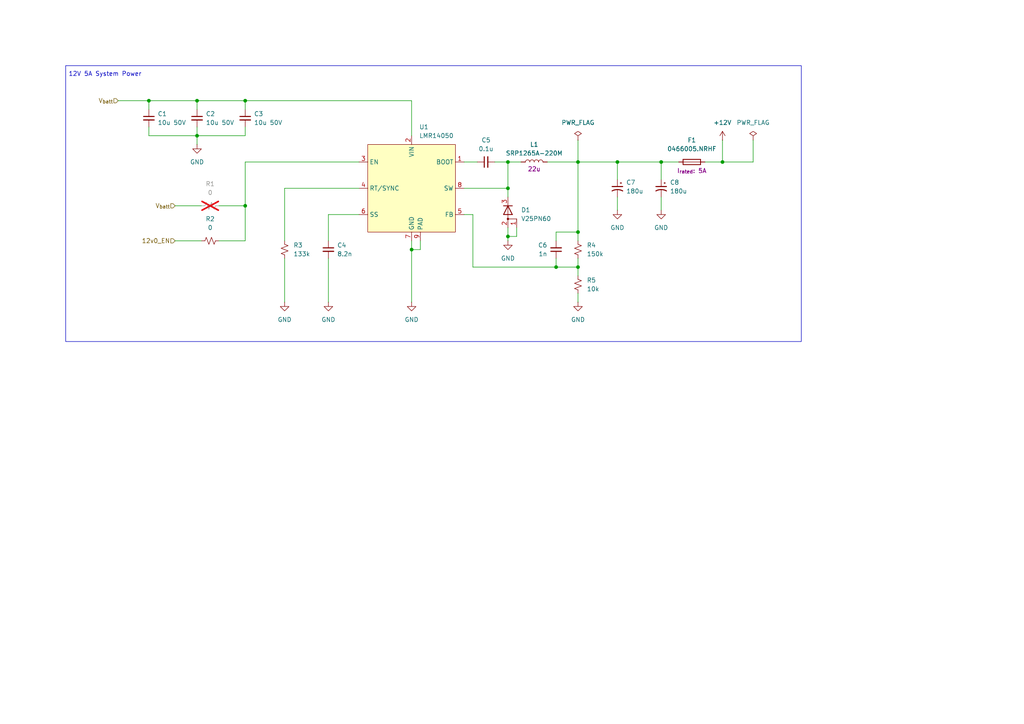
<source format=kicad_sch>
(kicad_sch (version 20231120) (generator "eeschema") (generator_version "8.0")
  (paper "A4")
  (lib_symbols
    (symbol "AT-PowerIC:LMR14050"
      (property "Reference" "U" (at -11.684 -14.478 0))
      (property "Value" "LMR14050" (at 0 4.064 0))
      (symbol "LMR14050_1_1"
        (rectangle (start -12.7 12.7) (end 12.7 -12.7) (fill (type background)))
        (pin bidirectional line (at 15.24 7.62 180) (length 2.54) (name "BOOT") (number "1"))
        (pin power_in line (at 0 15.24 270) (length 2.54) (name "VIN") (number "2"))
        (pin input line (at -15.24 7.62 0) (length 2.54) (name "EN") (number "3"))
        (pin input line (at -15.24 0 0) (length 2.54) (name "RT/SYNC") (number "4"))
        (pin input line (at 15.24 -7.62 180) (length 2.54) (name "FB") (number "5"))
        (pin bidirectional line (at -15.24 -7.62 0) (length 2.54) (name "SS") (number "6"))
        (pin power_in line (at 0 -15.24 90) (length 2.54) (name "GND") (number "7"))
        (pin bidirectional line (at 15.24 0 180) (length 2.54) (name "SW") (number "8"))
        (pin power_in line (at 2.54 -15.24 90) (length 2.54) (name "PAD") (number "9"))
      )
    )
    (symbol "Device:C_Polarized_Small_US" (pin_numbers hide) (pin_names (offset 0.254) hide)
      (property "Reference" "C" (at 0.254 1.778 0))
      (property "Value" "C_Polarized_Small_US" (at 0.254 -2.032 0))
      (symbol "C_Polarized_Small_US_0_1"
        (polyline (pts (xy -1.524 0.508) (xy 1.524 0.508)) (stroke (width 0.3048)))
        (polyline (pts (xy -1.27 1.524) (xy -0.762 1.524)))
        (polyline (pts (xy -1.016 1.27) (xy -1.016 1.778)))
        (arc (start 1.524 -0.762) (mid 0 -0.3734) (end -1.524 -0.762) (stroke (width 0.3048)))
      )
      (symbol "C_Polarized_Small_US_1_1"
        (pin passive line (at 0 2.54 270) (length 2.032) (name "~") (number "1"))
        (pin passive line (at 0 -2.54 90) (length 2.032) (name "~") (number "2"))
      )
    )
    (symbol "Device:C_Small" (pin_numbers hide) (pin_names (offset 0.254) hide)
      (property "Reference" "C" (at 0.254 1.778 0))
      (property "Value" "C_Small" (at 0.254 -2.032 0))
      (symbol "C_Small_0_1"
        (polyline (pts (xy -1.524 -0.508) (xy 1.524 -0.508)) (stroke (width 0.3302)))
        (polyline (pts (xy -1.524 0.508) (xy 1.524 0.508)) (stroke (width 0.3048)))
      )
      (symbol "C_Small_1_1"
        (pin passive line (at 0 2.54 270) (length 2.032) (name "~") (number "1"))
        (pin passive line (at 0 -2.54 90) (length 2.032) (name "~") (number "2"))
      )
    )
    (symbol "Device:D_AAK" (pin_names (offset 0) hide)
      (property "Reference" "D" (at 0 2.54 0))
      (property "Value" "D_AAK" (at 0 -2.54 0))
      (symbol "D_AAK_0_1"
        (polyline (pts (xy -1.27 1.27) (xy -1.27 -1.27)) (stroke (width 0.254)))
        (polyline (pts (xy 1.27 1.27) (xy 1.27 -1.27) (xy -1.27 0) (xy 1.27 1.27)) (stroke (width 0.254)))
        (polyline (pts (xy 3.81 2.54) (xy 2.54 2.54) (xy 2.54 0) (xy -1.27 0)))
        (circle (center 2.54 0) (radius 0.254) (fill (type outline)))
      )
      (symbol "D_AAK_1_1"
        (pin passive line (at 5.08 2.54 180) (length 2.54) (name "A") (number "1"))
        (pin passive line (at 5.08 0 180) (length 2.54) (name "A") (number "2"))
        (pin passive line (at -3.81 0 0) (length 2.54) (name "K") (number "3"))
      )
    )
    (symbol "Device:Fuse" (pin_numbers hide) (pin_names (offset 0))
      (property "Reference" "F" (at 2.032 0 90))
      (property "Value" "Fuse" (at -1.905 0 90))
      (symbol "Fuse_0_1"
        (rectangle (start -0.762 -2.54) (end 0.762 2.54) (stroke (width 0.254)))
        (polyline (pts (xy 0 2.54) (xy 0 -2.54)))
      )
      (symbol "Fuse_1_1"
        (pin passive line (at 0 3.81 270) (length 1.27) (name "~") (number "1"))
        (pin passive line (at 0 -3.81 90) (length 1.27) (name "~") (number "2"))
      )
    )
    (symbol "Device:L" (pin_numbers hide) (pin_names (offset 1.016) hide)
      (property "Reference" "L" (at -1.27 0 90))
      (property "Value" "L" (at 1.905 0 90))
      (symbol "L_0_1"
        (arc (start 0 -2.54) (mid 0.6323 -1.905) (end 0 -1.27))
        (arc (start 0 -1.27) (mid 0.6323 -0.635) (end 0 0))
        (arc (start 0 0) (mid 0.6323 0.635) (end 0 1.27))
        (arc (start 0 1.27) (mid 0.6323 1.905) (end 0 2.54))
      )
      (symbol "L_1_1"
        (pin passive line (at 0 3.81 270) (length 1.27) (name "1") (number "1"))
        (pin passive line (at 0 -3.81 90) (length 1.27) (name "2") (number "2"))
      )
    )
    (symbol "Device:R_Small_US" (pin_numbers hide) (pin_names (offset 0.254) hide)
      (property "Reference" "R" (at 0.762 0.508 0))
      (property "Value" "R_Small_US" (at 0.762 -1.016 0))
      (symbol "R_Small_US_1_1"
        (polyline (pts (xy 0 0) (xy 1.016 -0.381) (xy 0 -0.762) (xy -1.016 -1.143) (xy 0 -1.524)))
        (polyline (pts (xy 0 1.524) (xy 1.016 1.143) (xy 0 0.762) (xy -1.016 0.381) (xy 0 0)))
        (pin passive line (at 0 2.54 270) (length 1.016) (name "~") (number "1"))
        (pin passive line (at 0 -2.54 90) (length 1.016) (name "~") (number "2"))
      )
    )
    (symbol "power:+12V" (power) (pin_numbers hide) (pin_names (offset 0) hide)
      (property "Value" "+12V" (at 0 3.556 0))
      (symbol "+12V_0_1"
        (polyline (pts (xy -0.762 1.27) (xy 0 2.54)))
        (polyline (pts (xy 0 0) (xy 0 2.54)))
        (polyline (pts (xy 0 2.54) (xy 0.762 1.27)))
      )
      (symbol "+12V_1_1"
        (pin power_in line (at 0 0 90) (length 0) (name "~") (number "1"))
      )
    )
    (symbol "power:GND" (power) (pin_numbers hide) (pin_names (offset 0) hide)
      (property "Value" "GND" (at 0 -3.81 0))
      (symbol "GND_0_1"
        (polyline (pts (xy 0 0) (xy 0 -1.27) (xy 1.27 -1.27) (xy 0 -2.54) (xy -1.27 -1.27) (xy 0 -1.27)))
      )
      (symbol "GND_1_1"
        (pin power_in line (at 0 0 270) (length 0) (name "~") (number "1"))
      )
    )
    (symbol "power:PWR_FLAG" (power) (pin_numbers hide) (pin_names (offset 0) hide)
      (property "Value" "PWR_FLAG" (at 0 3.81 0))
      (symbol "PWR_FLAG_0_0"
        (pin power_out line (at 0 0 90) (length 0) (name "pwr") (number "1"))
      )
      (symbol "PWR_FLAG_0_1"
        (polyline (pts (xy 0 0) (xy 0 1.27) (xy -1.016 1.905) (xy 0 2.54) (xy 1.016 1.905) (xy 0 1.27)))
      )
    )
  )
  (junction (at 167.64 46.99))
  (junction (at 209.55 46.99))
  (junction (at 57.15 29.21))
  (junction (at 119.38 72.39))
  (junction (at 147.32 46.99))
  (junction (at 167.64 77.47))
  (junction (at 167.64 67.31))
  (junction (at 161.29 77.47))
  (junction (at 71.12 29.21))
  (junction (at 179.07 46.99))
  (junction (at 43.18 29.21))
  (junction (at 191.77 46.99))
  (junction (at 57.15 39.37))
  (junction (at 71.12 59.69))
  (junction (at 147.32 54.61))
  (junction (at 147.32 68.58))
  (wire (pts (xy 218.44 40.64) (xy 218.44 46.99)))
  (wire (pts (xy 71.12 36.83) (xy 71.12 39.37)))
  (wire (pts (xy 147.32 54.61) (xy 147.32 46.99)))
  (wire (pts (xy 95.25 74.93) (xy 95.25 87.63)))
  (wire (pts (xy 161.29 67.31) (xy 167.64 67.31)))
  (wire (pts (xy 121.92 72.39) (xy 119.38 72.39)))
  (wire (pts (xy 209.55 46.99) (xy 204.47 46.99)))
  (wire (pts (xy 209.55 40.64) (xy 209.55 46.99)))
  (wire (pts (xy 119.38 69.85) (xy 119.38 72.39)))
  (wire (pts (xy 34.29 29.21) (xy 43.18 29.21)))
  (wire (pts (xy 82.55 74.93) (xy 82.55 87.63)))
  (wire (pts (xy 71.12 46.99) (xy 71.12 59.69)))
  (wire (pts (xy 191.77 57.15) (xy 191.77 60.96)))
  (wire (pts (xy 82.55 54.61) (xy 104.14 54.61)))
  (wire (pts (xy 57.15 29.21) (xy 71.12 29.21)))
  (wire (pts (xy 71.12 39.37) (xy 57.15 39.37)))
  (wire (pts (xy 43.18 29.21) (xy 57.15 29.21)))
  (wire (pts (xy 134.62 46.99) (xy 138.43 46.99)))
  (wire (pts (xy 179.07 52.07) (xy 179.07 46.99)))
  (wire (pts (xy 50.8 59.69) (xy 58.42 59.69)))
  (wire (pts (xy 167.64 46.99) (xy 179.07 46.99)))
  (wire (pts (xy 119.38 29.21) (xy 119.38 39.37)))
  (wire (pts (xy 179.07 46.99) (xy 191.77 46.99)))
  (wire (pts (xy 147.32 68.58) (xy 147.32 69.85)))
  (wire (pts (xy 158.75 46.99) (xy 167.64 46.99)))
  (wire (pts (xy 50.8 69.85) (xy 58.42 69.85)))
  (wire (pts (xy 167.64 74.93) (xy 167.64 77.47)))
  (wire (pts (xy 57.15 36.83) (xy 57.15 39.37)))
  (wire (pts (xy 63.5 59.69) (xy 71.12 59.69)))
  (wire (pts (xy 161.29 74.93) (xy 161.29 77.47)))
  (wire (pts (xy 71.12 59.69) (xy 71.12 69.85)))
  (wire (pts (xy 134.62 54.61) (xy 147.32 54.61)))
  (wire (pts (xy 167.64 40.64) (xy 167.64 46.99)))
  (wire (pts (xy 71.12 29.21) (xy 71.12 31.75)))
  (wire (pts (xy 147.32 54.61) (xy 147.32 57.15)))
  (wire (pts (xy 218.44 46.99) (xy 209.55 46.99)))
  (wire (pts (xy 191.77 46.99) (xy 196.85 46.99)))
  (wire (pts (xy 119.38 72.39) (xy 119.38 87.63)))
  (wire (pts (xy 179.07 57.15) (xy 179.07 60.96)))
  (wire (pts (xy 147.32 46.99) (xy 151.13 46.99)))
  (wire (pts (xy 104.14 62.23) (xy 95.25 62.23)))
  (wire (pts (xy 137.16 77.47) (xy 161.29 77.47)))
  (wire (pts (xy 167.64 77.47) (xy 167.64 80.01)))
  (wire (pts (xy 43.18 29.21) (xy 43.18 31.75)))
  (wire (pts (xy 167.64 85.09) (xy 167.64 87.63)))
  (wire (pts (xy 191.77 52.07) (xy 191.77 46.99)))
  (wire (pts (xy 57.15 39.37) (xy 43.18 39.37)))
  (wire (pts (xy 137.16 77.47) (xy 137.16 62.23)))
  (wire (pts (xy 95.25 62.23) (xy 95.25 69.85)))
  (wire (pts (xy 149.86 66.04) (xy 149.86 68.58)))
  (wire (pts (xy 82.55 69.85) (xy 82.55 54.61)))
  (wire (pts (xy 161.29 69.85) (xy 161.29 67.31)))
  (wire (pts (xy 147.32 46.99) (xy 143.51 46.99)))
  (wire (pts (xy 147.32 68.58) (xy 149.86 68.58)))
  (wire (pts (xy 167.64 46.99) (xy 167.64 67.31)))
  (wire (pts (xy 43.18 39.37) (xy 43.18 36.83)))
  (wire (pts (xy 57.15 29.21) (xy 57.15 31.75)))
  (wire (pts (xy 167.64 67.31) (xy 167.64 69.85)))
  (wire (pts (xy 147.32 66.04) (xy 147.32 68.58)))
  (wire (pts (xy 71.12 46.99) (xy 104.14 46.99)))
  (wire (pts (xy 137.16 62.23) (xy 134.62 62.23)))
  (wire (pts (xy 71.12 29.21) (xy 119.38 29.21)))
  (wire (pts (xy 161.29 77.47) (xy 167.64 77.47)))
  (wire (pts (xy 121.92 69.85) (xy 121.92 72.39)))
  (wire (pts (xy 71.12 69.85) (xy 63.5 69.85)))
  (wire (pts (xy 57.15 39.37) (xy 57.15 41.91)))
  (rectangle (start 19.05 19.05) (end 232.41 99.06))
  (text "12V 5A System Power" (at 30.48 21.59 0) (effects (font (size 1.27 1.27))))
  (hierarchical_label "12v0_EN" (shape input) (at 50.8 69.85 180))
  (hierarchical_label "V_{batt}" (shape input) (at 50.8 59.69 180))
  (hierarchical_label "V_{batt}" (shape input) (at 34.29 29.21 180))
  (symbol (lib_id "power:PWR_FLAG") (at 218.44 40.64 0) (unit 1)
    (property "Reference" "#FLG02" (effects (hide yes)))
    (property "Value" "PWR_FLAG" (at 218.44 35.56 0))
  )
  (symbol (lib_id "power:PWR_FLAG") (at 167.64 40.64 0) (unit 1)
    (property "Reference" "#FLG01" (effects (hide yes)))
    (property "Value" "PWR_FLAG" (at 167.64 35.56 0))
  )
  (symbol (lib_id "Device:Fuse") (at 200.66 46.99 90) (unit 1)
    (property "Reference" "F1" (at 200.66 40.64 90))
    (property "Value" "0466005.NRHF" (at 200.66 43.18 90))
    (property "Footprint" "Fuse:Fuse_1206_3216Metric_Pad1.42x1.75mm_HandSolder" (effects (hide yes)))
    (property "Description" "Fuse" (effects (hide yes)))
    (property "I_{rated}" "5A" (at 200.66 49.53 90) (show_name yes))
  )
  (symbol (lib_id "Device:R_Small_US") (at 167.64 72.39 180) (unit 1)
    (property "Reference" "R4" (at 170.18 71.1199 0) (effects (justify right)))
    (property "Value" "150k" (at 170.18 73.6599 0) (effects (justify right)))
    (property "Footprint" "Resistor_SMD:R_0402_1005Metric" (effects (hide yes)))
    (property "Description" "Resistor, small US symbol" (effects (hide yes)))
  )
  (symbol (lib_id "power:GND") (at 82.55 87.63 0) (unit 1)
    (property "Reference" "#PWR02" (effects (hide yes)))
    (property "Value" "GND" (at 82.55 92.71 0))
    (property "Description" "Power symbol creates a global label with name \"GND\" , ground" (effects (hide yes)))
  )
  (symbol (lib_id "Device:C_Polarized_Small_US") (at 179.07 54.61 0) (mirror y) (unit 1)
    (property "Reference" "C7" (at 181.61 52.9081 0) (effects (justify right)))
    (property "Value" "180u" (at 181.61 55.4481 0) (effects (justify right)))
    (property "Footprint" "Capacitor_SMD:CP_Elec_6.3x7.7" (effects (hide yes)))
    (property "Datasheet" "https://api.pim.na.industrial.panasonic.com/file_stream/main/fileversion/3101" (effects (hide yes)))
  )
  (symbol (lib_id "power:GND") (at 119.38 87.63 0) (unit 1)
    (property "Reference" "#PWR04" (effects (hide yes)))
    (property "Value" "GND" (at 119.38 92.71 0))
    (property "Description" "Power symbol creates a global label with name \"GND\" , ground" (effects (hide yes)))
  )
  (symbol (lib_id "power:+12V") (at 209.55 40.64 0) (unit 1)
    (property "Reference" "#PWR09" (effects (hide yes)))
    (property "Value" "+12V" (at 209.55 35.56 0))
    (property "Description" "Power symbol creates a global label with name \"+12V\"" (effects (hide yes)))
  )
  (symbol (lib_id "Device:R_Small_US") (at 82.55 72.39 180) (unit 1)
    (property "Reference" "R3" (at 85.09 71.1199 0) (effects (justify right)))
    (property "Value" "133k" (at 85.09 73.6599 0) (effects (justify right)))
    (property "Footprint" "Resistor_SMD:R_0402_1005Metric" (effects (hide yes)))
    (property "Description" "Resistor, small US symbol" (effects (hide yes)))
  )
  (symbol (lib_id "Device:C_Small") (at 161.29 72.39 0) (mirror x) (unit 1)
    (property "Reference" "C6" (at 158.75 71.1135 0) (effects (justify right)))
    (property "Value" "1n" (at 158.75 73.6535 0) (effects (justify right)))
    (property "Footprint" "Capacitor_SMD:C_0402_1005Metric" (effects (hide yes)))
  )
  (symbol (lib_id "Device:C_Small") (at 71.12 34.29 0) (mirror y) (unit 1)
    (property "Reference" "C3" (at 73.66 33.0262 0) (effects (justify right)))
    (property "Value" "10u 50V" (at 73.66 35.5662 0) (effects (justify right)))
    (property "Footprint" "Capacitor_SMD:C_1210_3225Metric" (effects (hide yes)))
  )
  (symbol (lib_id "Device:R_Small_US") (at 60.96 69.85 90) (unit 1)
    (property "Reference" "R2" (at 60.96 63.5 90))
    (property "Value" "0" (at 60.96 66.04 90))
    (property "Footprint" "Resistor_SMD:R_0402_1005Metric" (effects (hide yes)))
    (property "Description" "Resistor, small US symbol" (effects (hide yes)))
  )
  (symbol (lib_id "Device:R_Small_US") (at 60.96 59.69 90) (unit 1) (dnp yes)
    (property "Reference" "R1" (at 60.96 53.34 90))
    (property "Value" "0" (at 60.96 55.88 90))
    (property "Footprint" "Resistor_SMD:R_0402_1005Metric" (effects (hide yes)))
    (property "Description" "Resistor, small US symbol" (effects (hide yes)))
  )
  (symbol (lib_id "power:GND") (at 95.25 87.63 0) (unit 1)
    (property "Reference" "#PWR03" (effects (hide yes)))
    (property "Value" "GND" (at 95.25 92.71 0))
    (property "Description" "Power symbol creates a global label with name \"GND\" , ground" (effects (hide yes)))
  )
  (symbol (lib_id "power:GND") (at 191.77 60.96 0) (unit 1)
    (property "Reference" "#PWR08" (effects (hide yes)))
    (property "Value" "GND" (at 191.77 66.04 0))
    (property "Description" "Power symbol creates a global label with name \"GND\" , ground" (effects (hide yes)))
  )
  (symbol (lib_id "Device:C_Small") (at 140.97 46.99 90) (mirror x) (unit 1)
    (property "Reference" "C5" (at 140.9763 40.64 90))
    (property "Value" "0.1u" (at 140.9763 43.18 90))
    (property "Footprint" "Capacitor_SMD:C_0402_1005Metric" (effects (hide yes)))
  )
  (symbol (lib_id "power:GND") (at 57.15 41.91 0) (unit 1)
    (property "Reference" "#PWR01" (effects (hide yes)))
    (property "Value" "GND" (at 57.15 46.99 0))
    (property "Description" "Power symbol creates a global label with name \"GND\" , ground" (effects (hide yes)))
  )
  (symbol (lib_id "power:GND") (at 179.07 60.96 0) (unit 1)
    (property "Reference" "#PWR07" (effects (hide yes)))
    (property "Value" "GND" (at 179.07 66.04 0))
    (property "Description" "Power symbol creates a global label with name \"GND\" , ground" (effects (hide yes)))
  )
  (symbol (lib_id "Device:L") (at 154.94 46.99 90) (unit 1)
    (property "Reference" "L1" (at 154.94 41.91 90))
    (property "Value" "SRP1265A-220M" (at 154.94 44.45 90))
    (property "Footprint" "AT-Inductors:SRP1265" (effects (hide yes)))
    (property "Description" "Inductor" (effects (hide yes)))
    (property "L" "22u" (at 154.94 49.022 90))
  )
  (symbol (lib_id "Device:C_Polarized_Small_US") (at 191.77 54.61 0) (mirror y) (unit 1)
    (property "Reference" "C8" (at 194.31 52.9081 0) (effects (justify right)))
    (property "Value" "180u" (at 194.31 55.4481 0) (effects (justify right)))
    (property "Footprint" "Capacitor_SMD:CP_Elec_6.3x7.7" (effects (hide yes)))
    (property "Datasheet" "https://api.pim.na.industrial.panasonic.com/file_stream/main/fileversion/3101" (effects (hide yes)))
  )
  (symbol (lib_id "Device:C_Small") (at 43.18 34.29 0) (mirror y) (unit 1)
    (property "Reference" "C1" (at 45.72 33.0262 0) (effects (justify right)))
    (property "Value" "10u 50V" (at 45.72 35.5662 0) (effects (justify right)))
    (property "Footprint" "Capacitor_SMD:C_1210_3225Metric" (effects (hide yes)))
  )
  (symbol (lib_id "Device:R_Small_US") (at 167.64 82.55 180) (unit 1)
    (property "Reference" "R5" (at 170.18 81.2799 0) (effects (justify right)))
    (property "Value" "10k" (at 170.18 83.8199 0) (effects (justify right)))
    (property "Footprint" "Resistor_SMD:R_0402_1005Metric" (effects (hide yes)))
    (property "Description" "Resistor, small US symbol" (effects (hide yes)))
  )
  (symbol (lib_id "Device:D_AAK") (at 147.32 60.96 270) (unit 1)
    (property "Reference" "D1" (at 151.13 60.8964 90) (effects (justify left)))
    (property "Value" "V25PN60" (at 151.13 63.4364 90) (effects (justify left)))
    (property "Footprint" "Package_TO_SOT_SMD:TO-277A" (effects (hide yes)))
    (property "Description" "Diode, anode on pins 1 and 2" (effects (hide yes)))
  )
  (symbol (lib_id "power:GND") (at 167.64 87.63 0) (unit 1)
    (property "Reference" "#PWR06" (effects (hide yes)))
    (property "Value" "GND" (at 167.64 92.71 0))
    (property "Description" "Power symbol creates a global label with name \"GND\" , ground" (effects (hide yes)))
  )
  (symbol (lib_id "AT-PowerIC:LMR14050") (at 119.38 54.61 0) (unit 1)
    (property "Reference" "U1" (at 121.5741 36.83 0) (effects (justify left)))
    (property "Value" "LMR14050" (at 121.5741 39.37 0) (effects (justify left)))
    (property "Footprint" "Package_SO:SOIC-8-1EP_3.9x4.9mm_P1.27mm_EP2.29x3mm" (effects (hide yes)))
  )
  (symbol (lib_id "Device:C_Small") (at 95.25 72.39 0) (mirror y) (unit 1)
    (property "Reference" "C4" (at 97.79 71.1262 0) (effects (justify right)))
    (property "Value" "8.2n" (at 97.79 73.6662 0) (effects (justify right)))
    (property "Footprint" "Capacitor_SMD:C_0402_1005Metric" (effects (hide yes)))
  )
  (symbol (lib_id "Device:C_Small") (at 57.15 34.29 0) (mirror y) (unit 1)
    (property "Reference" "C2" (at 59.69 33.0262 0) (effects (justify right)))
    (property "Value" "10u 50V" (at 59.69 35.5662 0) (effects (justify right)))
    (property "Footprint" "Capacitor_SMD:C_1210_3225Metric" (effects (hide yes)))
  )
  (symbol (lib_id "power:GND") (at 147.32 69.85 0) (unit 1)
    (property "Reference" "#PWR05" (effects (hide yes)))
    (property "Value" "GND" (at 147.32 74.93 0))
    (property "Description" "Power symbol creates a global label with name \"GND\" , ground" (effects (hide yes)))
  )
)
</source>
